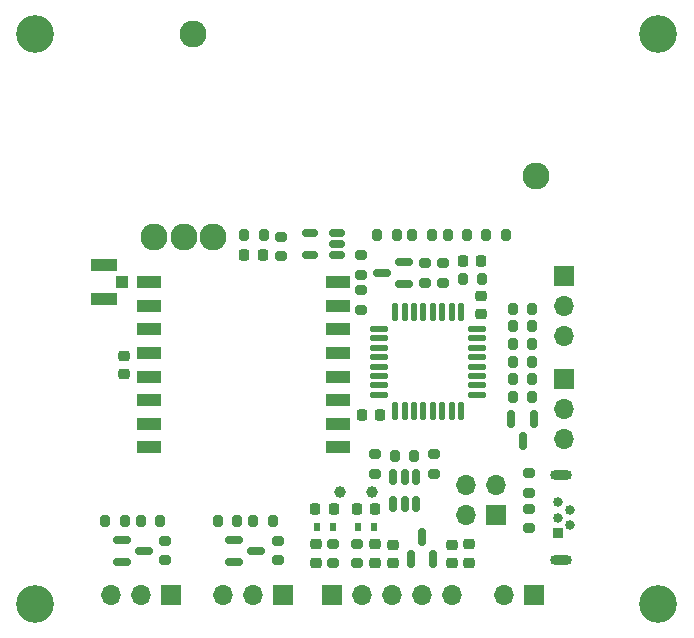
<source format=gbr>
%TF.GenerationSoftware,KiCad,Pcbnew,(6.0.6)*%
%TF.CreationDate,2022-10-17T00:58:35+02:00*%
%TF.ProjectId,Spanner,5370616e-6e65-4722-9e6b-696361645f70,rev?*%
%TF.SameCoordinates,Original*%
%TF.FileFunction,Soldermask,Top*%
%TF.FilePolarity,Negative*%
%FSLAX46Y46*%
G04 Gerber Fmt 4.6, Leading zero omitted, Abs format (unit mm)*
G04 Created by KiCad (PCBNEW (6.0.6)) date 2022-10-17 00:58:35*
%MOMM*%
%LPD*%
G01*
G04 APERTURE LIST*
G04 Aperture macros list*
%AMRoundRect*
0 Rectangle with rounded corners*
0 $1 Rounding radius*
0 $2 $3 $4 $5 $6 $7 $8 $9 X,Y pos of 4 corners*
0 Add a 4 corners polygon primitive as box body*
4,1,4,$2,$3,$4,$5,$6,$7,$8,$9,$2,$3,0*
0 Add four circle primitives for the rounded corners*
1,1,$1+$1,$2,$3*
1,1,$1+$1,$4,$5*
1,1,$1+$1,$6,$7*
1,1,$1+$1,$8,$9*
0 Add four rect primitives between the rounded corners*
20,1,$1+$1,$2,$3,$4,$5,0*
20,1,$1+$1,$4,$5,$6,$7,0*
20,1,$1+$1,$6,$7,$8,$9,0*
20,1,$1+$1,$8,$9,$2,$3,0*%
G04 Aperture macros list end*
%ADD10RoundRect,0.200000X-0.200000X-0.275000X0.200000X-0.275000X0.200000X0.275000X-0.200000X0.275000X0*%
%ADD11RoundRect,0.200000X-0.275000X0.200000X-0.275000X-0.200000X0.275000X-0.200000X0.275000X0.200000X0*%
%ADD12C,1.000000*%
%ADD13RoundRect,0.150000X-0.587500X-0.150000X0.587500X-0.150000X0.587500X0.150000X-0.587500X0.150000X0*%
%ADD14RoundRect,0.225000X0.225000X0.250000X-0.225000X0.250000X-0.225000X-0.250000X0.225000X-0.250000X0*%
%ADD15RoundRect,0.200000X0.275000X-0.200000X0.275000X0.200000X-0.275000X0.200000X-0.275000X-0.200000X0*%
%ADD16R,0.600000X0.700000*%
%ADD17C,3.200000*%
%ADD18RoundRect,0.200000X0.200000X0.275000X-0.200000X0.275000X-0.200000X-0.275000X0.200000X-0.275000X0*%
%ADD19R,1.700000X1.700000*%
%ADD20O,1.700000X1.700000*%
%ADD21RoundRect,0.150000X0.150000X-0.587500X0.150000X0.587500X-0.150000X0.587500X-0.150000X-0.587500X0*%
%ADD22RoundRect,0.150000X0.587500X0.150000X-0.587500X0.150000X-0.587500X-0.150000X0.587500X-0.150000X0*%
%ADD23R,2.000000X1.000000*%
%ADD24RoundRect,0.218750X0.256250X-0.218750X0.256250X0.218750X-0.256250X0.218750X-0.256250X-0.218750X0*%
%ADD25RoundRect,0.225000X0.250000X-0.225000X0.250000X0.225000X-0.250000X0.225000X-0.250000X-0.225000X0*%
%ADD26R,0.840000X0.840000*%
%ADD27C,0.840000*%
%ADD28O,1.850000X0.850000*%
%ADD29RoundRect,0.150000X0.512500X0.150000X-0.512500X0.150000X-0.512500X-0.150000X0.512500X-0.150000X0*%
%ADD30RoundRect,0.150000X-0.150000X0.512500X-0.150000X-0.512500X0.150000X-0.512500X0.150000X0.512500X0*%
%ADD31RoundRect,0.218750X-0.256250X0.218750X-0.256250X-0.218750X0.256250X-0.218750X0.256250X0.218750X0*%
%ADD32RoundRect,0.150000X-0.150000X0.587500X-0.150000X-0.587500X0.150000X-0.587500X0.150000X0.587500X0*%
%ADD33RoundRect,0.225000X-0.250000X0.225000X-0.250000X-0.225000X0.250000X-0.225000X0.250000X0.225000X0*%
%ADD34RoundRect,0.125000X-0.125000X0.625000X-0.125000X-0.625000X0.125000X-0.625000X0.125000X0.625000X0*%
%ADD35RoundRect,0.125000X-0.625000X0.125000X-0.625000X-0.125000X0.625000X-0.125000X0.625000X0.125000X0*%
%ADD36RoundRect,0.218750X-0.218750X-0.256250X0.218750X-0.256250X0.218750X0.256250X-0.218750X0.256250X0*%
%ADD37R,1.050000X1.000000*%
%ADD38R,2.200000X1.050000*%
%ADD39C,2.286000*%
G04 APERTURE END LIST*
D10*
%TO.C,R10*%
X82175000Y-121750000D03*
X83825000Y-121750000D03*
%TD*%
D11*
%TO.C,R20*%
X109250000Y-99925000D03*
X109250000Y-101575000D03*
%TD*%
D12*
%TO.C,TP2*%
X102000000Y-119250000D03*
%TD*%
D13*
%TO.C,Q3*%
X93062500Y-123300000D03*
X93062500Y-125200000D03*
X94937500Y-124250000D03*
%TD*%
D10*
%TO.C,R4*%
X116675000Y-103750000D03*
X118325000Y-103750000D03*
%TD*%
D14*
%TO.C,C1*%
X105415501Y-112797137D03*
X103865501Y-112797137D03*
%TD*%
D10*
%TO.C,R24*%
X116675000Y-109750000D03*
X118325000Y-109750000D03*
%TD*%
D15*
%TO.C,R5*%
X97000000Y-99325000D03*
X97000000Y-97675000D03*
%TD*%
D16*
%TO.C,D4*%
X103525000Y-122250000D03*
X104925000Y-122250000D03*
%TD*%
D17*
%TO.C,H1*%
X76250000Y-80500000D03*
%TD*%
D11*
%TO.C,R1k1*%
X87250000Y-123425000D03*
X87250000Y-125075000D03*
%TD*%
D16*
%TO.C,D5*%
X101475000Y-122250000D03*
X100075000Y-122250000D03*
%TD*%
D13*
%TO.C,Q1*%
X83562500Y-123300000D03*
X83562500Y-125200000D03*
X85437500Y-124250000D03*
%TD*%
D10*
%TO.C,R18*%
X114425000Y-97500000D03*
X116075000Y-97500000D03*
%TD*%
D14*
%TO.C,C6*%
X105000000Y-120750000D03*
X103450000Y-120750000D03*
%TD*%
D10*
%TO.C,R23*%
X116675000Y-111250000D03*
X118325000Y-111250000D03*
%TD*%
D18*
%TO.C,R11*%
X95575000Y-97500000D03*
X93925000Y-97500000D03*
%TD*%
D19*
%TO.C,J5*%
X87750000Y-128000000D03*
D20*
X85210000Y-128000000D03*
X82670000Y-128000000D03*
%TD*%
D18*
%TO.C,R25*%
X118325000Y-105250000D03*
X116675000Y-105250000D03*
%TD*%
D21*
%TO.C,U5*%
X108050000Y-124937500D03*
X109950000Y-124937500D03*
X109000000Y-123062500D03*
%TD*%
D11*
%TO.C,R7*%
X105000000Y-116062500D03*
X105000000Y-117712500D03*
%TD*%
D22*
%TO.C,Q5*%
X107437500Y-101700000D03*
X107437500Y-99800000D03*
X105562500Y-100750000D03*
%TD*%
D11*
%TO.C,R14*%
X96765000Y-123425000D03*
X96765000Y-125075000D03*
%TD*%
D23*
%TO.C,U4*%
X101830000Y-115500000D03*
X101830000Y-113500000D03*
X101830000Y-111500000D03*
X101830000Y-109500000D03*
X101830000Y-107500000D03*
X101830000Y-105500000D03*
X101830000Y-103500000D03*
X101830000Y-101500000D03*
X85830000Y-101500000D03*
X85830000Y-103500000D03*
X85830000Y-105500000D03*
X85830000Y-107500000D03*
X85830000Y-109500000D03*
X85830000Y-111500000D03*
X85830000Y-113500000D03*
X85830000Y-115500000D03*
%TD*%
D14*
%TO.C,C7*%
X101500000Y-120750000D03*
X99950000Y-120750000D03*
%TD*%
D24*
%TO.C,D6*%
X99975000Y-125287500D03*
X99975000Y-123712500D03*
%TD*%
D25*
%TO.C,C3*%
X111500000Y-125275000D03*
X111500000Y-123725000D03*
%TD*%
D19*
%TO.C,J8*%
X121000000Y-101000000D03*
D20*
X121000000Y-103540000D03*
X121000000Y-106080000D03*
%TD*%
D19*
%TO.C,J4*%
X97250000Y-128000000D03*
D20*
X94710000Y-128000000D03*
X92170000Y-128000000D03*
%TD*%
D19*
%TO.C,J7*%
X118500000Y-128000000D03*
D20*
X115960000Y-128000000D03*
%TD*%
D26*
%TO.C,J1*%
X120530000Y-122750000D03*
D27*
X121530000Y-122100000D03*
X120530000Y-121450000D03*
X121530000Y-120800000D03*
X120530000Y-120150000D03*
D28*
X120750000Y-125025000D03*
X120750000Y-117875000D03*
%TD*%
D11*
%TO.C,R28*%
X103834610Y-99213364D03*
X103834610Y-100863364D03*
%TD*%
D29*
%TO.C,U6*%
X101775000Y-99250000D03*
X101775000Y-98300000D03*
X101775000Y-97350000D03*
X99500000Y-97350000D03*
X99500000Y-99250000D03*
%TD*%
D18*
%TO.C,R12*%
X96325000Y-121750000D03*
X94675000Y-121750000D03*
%TD*%
%TO.C,R9*%
X86825000Y-121750000D03*
X85175000Y-121750000D03*
%TD*%
D15*
%TO.C,R15*%
X103475000Y-125325000D03*
X103475000Y-123675000D03*
%TD*%
D10*
%TO.C,R17*%
X111175000Y-97500000D03*
X112825000Y-97500000D03*
%TD*%
%TO.C,R13*%
X91675000Y-121750000D03*
X93325000Y-121750000D03*
%TD*%
D30*
%TO.C,U2*%
X108450000Y-118000000D03*
X107500000Y-118000000D03*
X106550000Y-118000000D03*
X106550000Y-120275000D03*
X107500000Y-120275000D03*
X108450000Y-120275000D03*
%TD*%
D17*
%TO.C,H2*%
X129000000Y-128750000D03*
%TD*%
D18*
%TO.C,R22*%
X106825000Y-97500000D03*
X105175000Y-97500000D03*
%TD*%
D31*
%TO.C,D2*%
X113000000Y-123712500D03*
X113000000Y-125287500D03*
%TD*%
D32*
%TO.C,Q6*%
X118450000Y-113062500D03*
X116550000Y-113062500D03*
X117500000Y-114937500D03*
%TD*%
D19*
%TO.C,J3*%
X121000000Y-109750000D03*
D20*
X121000000Y-112290000D03*
X121000000Y-114830000D03*
%TD*%
D10*
%TO.C,R27*%
X116675000Y-106750000D03*
X118325000Y-106750000D03*
%TD*%
D18*
%TO.C,R1*%
X114066529Y-101241767D03*
X112416529Y-101241767D03*
%TD*%
D11*
%TO.C,R3*%
X118000000Y-117675000D03*
X118000000Y-119325000D03*
%TD*%
D15*
%TO.C,R19*%
X110750000Y-101575000D03*
X110750000Y-99925000D03*
%TD*%
D17*
%TO.C,H4*%
X129000000Y-80500000D03*
%TD*%
D24*
%TO.C,D3*%
X104975000Y-125287500D03*
X104975000Y-123712500D03*
%TD*%
D18*
%TO.C,R26*%
X118325000Y-108250000D03*
X116675000Y-108250000D03*
%TD*%
%TO.C,R6*%
X108325000Y-116250000D03*
X106675000Y-116250000D03*
%TD*%
D12*
%TO.C,TP1*%
X104750000Y-119250000D03*
%TD*%
D11*
%TO.C,R29*%
X103827568Y-102197638D03*
X103827568Y-103847638D03*
%TD*%
D33*
%TO.C,C8*%
X106500000Y-123725000D03*
X106500000Y-125275000D03*
%TD*%
D19*
%TO.C,J2*%
X115254379Y-121212025D03*
D20*
X112714379Y-121212025D03*
X115254379Y-118672025D03*
X112714379Y-118672025D03*
%TD*%
D34*
%TO.C,U1*%
X112300000Y-104075000D03*
X111500000Y-104075000D03*
X110700000Y-104075000D03*
X109900000Y-104075000D03*
X109100000Y-104075000D03*
X108300000Y-104075000D03*
X107500000Y-104075000D03*
X106700000Y-104075000D03*
D35*
X105325000Y-105450000D03*
X105325000Y-106250000D03*
X105325000Y-107050000D03*
X105325000Y-107850000D03*
X105325000Y-108650000D03*
X105325000Y-109450000D03*
X105325000Y-110250000D03*
X105325000Y-111050000D03*
D34*
X106700000Y-112425000D03*
X107500000Y-112425000D03*
X108300000Y-112425000D03*
X109100000Y-112425000D03*
X109900000Y-112425000D03*
X110700000Y-112425000D03*
X111500000Y-112425000D03*
X112300000Y-112425000D03*
D35*
X113675000Y-111050000D03*
X113675000Y-110250000D03*
X113675000Y-109450000D03*
X113675000Y-108650000D03*
X113675000Y-107850000D03*
X113675000Y-107050000D03*
X113675000Y-106250000D03*
X113675000Y-105450000D03*
%TD*%
D14*
%TO.C,C4*%
X114016529Y-99741767D03*
X112466529Y-99741767D03*
%TD*%
D36*
%TO.C,D1*%
X93925000Y-99250000D03*
X95500000Y-99250000D03*
%TD*%
D37*
%TO.C,AE1*%
X83550000Y-101500000D03*
D38*
X82025000Y-100025000D03*
X82025000Y-102975000D03*
%TD*%
D33*
%TO.C,C5*%
X83750000Y-107725000D03*
X83750000Y-109275000D03*
%TD*%
D11*
%TO.C,R8*%
X110000000Y-116062500D03*
X110000000Y-117712500D03*
%TD*%
D39*
%TO.C,U3*%
X89600000Y-80525000D03*
X118600000Y-92525000D03*
X86300000Y-97725000D03*
X88800000Y-97725000D03*
X91300000Y-97725000D03*
%TD*%
D18*
%TO.C,R21*%
X109825000Y-97500000D03*
X108175000Y-97500000D03*
%TD*%
D19*
%TO.C,J6*%
X101400000Y-128000000D03*
D20*
X103940000Y-128000000D03*
X106480000Y-128000000D03*
X109020000Y-128000000D03*
X111560000Y-128000000D03*
%TD*%
D33*
%TO.C,C2*%
X113989828Y-102684189D03*
X113989828Y-104234189D03*
%TD*%
D15*
%TO.C,R16*%
X101475000Y-125325000D03*
X101475000Y-123675000D03*
%TD*%
D17*
%TO.C,H3*%
X76250000Y-128750000D03*
%TD*%
D15*
%TO.C,R2*%
X118000000Y-122325000D03*
X118000000Y-120675000D03*
%TD*%
M02*

</source>
